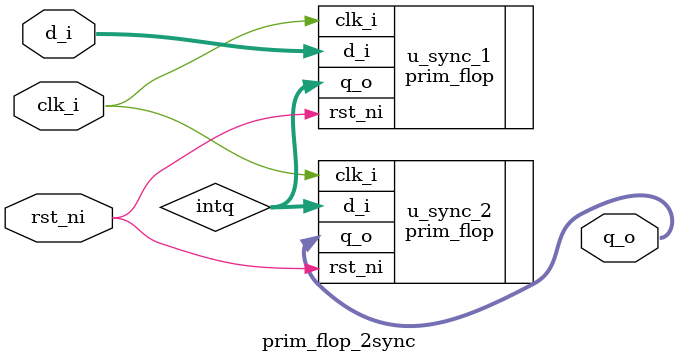
<source format=sv>

module prim_flop_2sync #(
  parameter int               Width      = 16,
  parameter logic [Width-1:0] ResetValue = '0
) (
  input                    clk_i,
  input                    rst_ni,
  input        [Width-1:0] d_i,
  output logic [Width-1:0] q_o
);

  logic [Width-1:0] intq;

  prim_flop #(
    .Width(Width),
    .ResetValue(ResetValue)
  ) u_sync_1 (
    .clk_i,
    .rst_ni,
    .d_i,
    .q_o(intq)
  );

  prim_flop #(
    .Width(Width),
    .ResetValue(ResetValue)
  ) u_sync_2 (
    .clk_i,
    .rst_ni,
    .d_i(intq),
    .q_o
  );

endmodule

</source>
